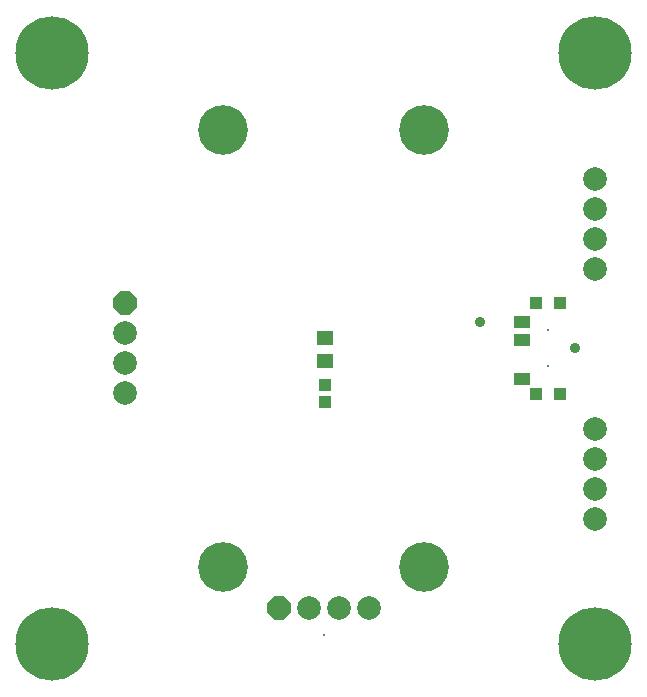
<source format=gts>
G04 Layer_Color=8388736*
%FSLAX44Y44*%
%MOMM*%
G71*
G01*
G75*
%ADD25R,1.4532X1.2032*%
%ADD26R,1.0532X1.0532*%
%ADD27R,1.1032X1.0032*%
%ADD28R,1.4532X1.1032*%
G04:AMPARAMS|DCode=29|XSize=0.2032mm|YSize=0.2032mm|CornerRadius=0mm|HoleSize=0mm|Usage=FLASHONLY|Rotation=0.000|XOffset=0mm|YOffset=0mm|HoleType=Round|Shape=RoundedRectangle|*
%AMROUNDEDRECTD29*
21,1,0.2032,0.2032,0,0,0.0*
21,1,0.2032,0.2032,0,0,0.0*
1,1,0.0000,0.1016,-0.1016*
1,1,0.0000,-0.1016,-0.1016*
1,1,0.0000,-0.1016,0.1016*
1,1,0.0000,0.1016,0.1016*
%
%ADD29ROUNDEDRECTD29*%
%ADD30P,2.1683X8X22.5*%
%ADD31C,2.0032*%
%ADD32C,0.2032*%
%ADD33P,2.1683X8X292.5*%
%ADD34C,6.2032*%
%ADD35C,4.2032*%
%ADD36C,0.9032*%
D25*
X276000Y309000D02*
D03*
Y289000D02*
D03*
D26*
Y255000D02*
D03*
Y269000D02*
D03*
D27*
X455000Y261740D02*
D03*
X475000D02*
D03*
X455000Y338740D02*
D03*
X475000D02*
D03*
D28*
X443250Y322240D02*
D03*
Y307240D02*
D03*
Y274240D02*
D03*
D29*
X275000Y57200D02*
D03*
D30*
X236900Y80000D02*
D03*
D31*
X262300D02*
D03*
X287700D02*
D03*
X313100D02*
D03*
X107000Y261900D02*
D03*
Y287300D02*
D03*
Y312700D02*
D03*
X504500Y206750D02*
D03*
Y181350D02*
D03*
Y155950D02*
D03*
Y232150D02*
D03*
X505000Y417700D02*
D03*
Y392300D02*
D03*
Y366900D02*
D03*
Y443100D02*
D03*
D32*
X465000Y285240D02*
D03*
Y315240D02*
D03*
D33*
X107000Y338100D02*
D03*
D34*
X505000Y550000D02*
D03*
X45000D02*
D03*
Y50000D02*
D03*
X505000D02*
D03*
D35*
X360000Y485000D02*
D03*
X190000D02*
D03*
Y115000D02*
D03*
X360000D02*
D03*
D36*
X487500Y300000D02*
D03*
X407500Y322500D02*
D03*
M02*

</source>
